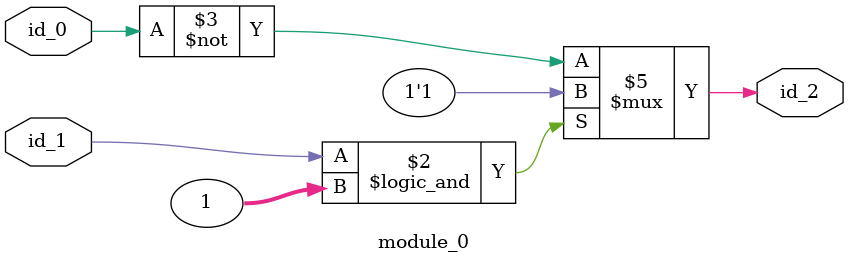
<source format=v>
module module_0 (
    input  id_0,
    input  id_1,
    output id_2
);
  always @* begin
    if (id_1 && 1) begin
      id_2 <= 1;
    end else id_2 <= 1 != id_0;
  end
endmodule

</source>
